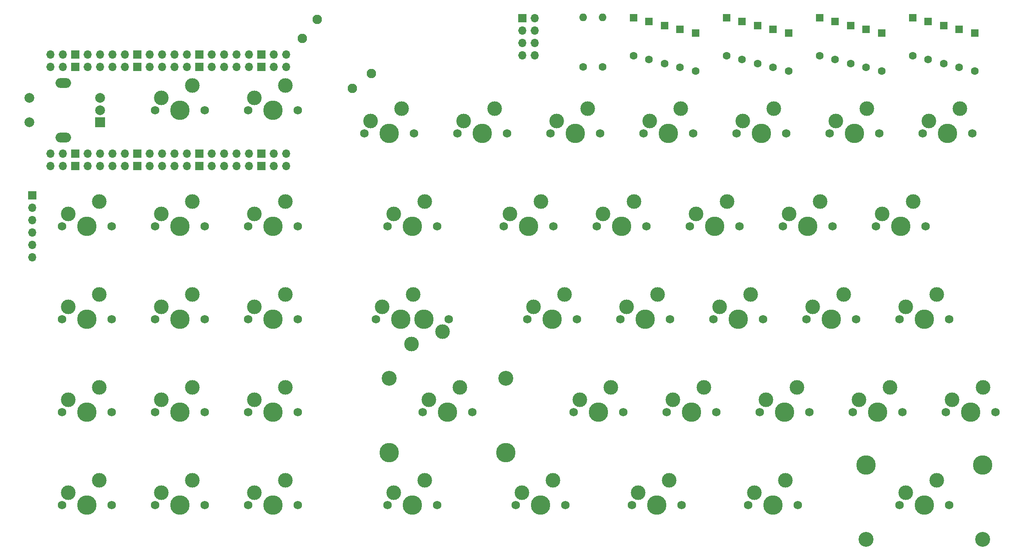
<source format=gts>
%TF.GenerationSoftware,KiCad,Pcbnew,(6.0.5)*%
%TF.CreationDate,2022-07-20T21:42:13-06:00*%
%TF.ProjectId,kb,6b622e6b-6963-4616-945f-706362585858,rev?*%
%TF.SameCoordinates,Original*%
%TF.FileFunction,Soldermask,Top*%
%TF.FilePolarity,Negative*%
%FSLAX46Y46*%
G04 Gerber Fmt 4.6, Leading zero omitted, Abs format (unit mm)*
G04 Created by KiCad (PCBNEW (6.0.5)) date 2022-07-20 21:42:13*
%MOMM*%
%LPD*%
G01*
G04 APERTURE LIST*
%ADD10C,1.600000*%
%ADD11O,1.600000X1.600000*%
%ADD12C,3.987800*%
%ADD13C,3.000000*%
%ADD14C,1.750000*%
%ADD15R,1.600000X1.600000*%
%ADD16O,3.200000X2.000000*%
%ADD17R,2.000000X2.000000*%
%ADD18C,2.000000*%
%ADD19C,3.048000*%
%ADD20O,1.700000X1.700000*%
%ADD21R,1.700000X1.700000*%
%ADD22C,1.950000*%
G04 APERTURE END LIST*
D10*
%TO.C,R1*%
X142875000Y-57785000D03*
D11*
X142875000Y-47625000D03*
%TD*%
D12*
%TO.C,MX22*%
X132556250Y-109537500D03*
D13*
X128746250Y-106997500D03*
D14*
X137636250Y-109537500D03*
X127476250Y-109537500D03*
D13*
X135096250Y-104457500D03*
%TD*%
D15*
%TO.C,D26*%
X212725000Y-49281250D03*
D10*
X212725000Y-57081250D03*
%TD*%
D14*
%TO.C,MX14*%
X141763750Y-90487500D03*
X151923750Y-90487500D03*
D13*
X143033750Y-87947500D03*
D12*
X146843750Y-90487500D03*
D13*
X149383750Y-85407500D03*
%TD*%
D12*
%TO.C,MX2*%
X75406250Y-66675000D03*
D14*
X80486250Y-66675000D03*
D13*
X77946250Y-61595000D03*
D14*
X70326250Y-66675000D03*
D13*
X71596250Y-64135000D03*
%TD*%
D14*
%TO.C,MX24*%
X175736250Y-109537500D03*
X165576250Y-109537500D03*
D13*
X173196250Y-104457500D03*
D12*
X170656250Y-109537500D03*
D13*
X166846250Y-106997500D03*
%TD*%
D16*
%TO.C,SW1*%
X32543750Y-61075000D03*
X32543750Y-72275000D03*
D17*
X40043750Y-69175000D03*
D18*
X40043750Y-64175000D03*
X40043750Y-66675000D03*
X25543750Y-64175000D03*
X25543750Y-69175000D03*
%TD*%
D12*
%TO.C,MX34*%
X199231250Y-128587500D03*
D14*
X204311250Y-128587500D03*
X194151250Y-128587500D03*
D13*
X201771250Y-123507500D03*
X195421250Y-126047500D03*
%TD*%
D12*
%TO.C,MX15*%
X165893750Y-90487500D03*
D14*
X160813750Y-90487500D03*
X170973750Y-90487500D03*
D13*
X168433750Y-85407500D03*
X162083750Y-87947500D03*
%TD*%
D15*
%TO.C,D25*%
X193675000Y-49281250D03*
D10*
X193675000Y-57081250D03*
%TD*%
D14*
%TO.C,MX43*%
X203676250Y-147637500D03*
D13*
X204946250Y-145097500D03*
D19*
X220694250Y-154622500D03*
D14*
X213836250Y-147637500D03*
D12*
X196818250Y-139382500D03*
D13*
X211296250Y-142557500D03*
D19*
X196818250Y-154622500D03*
D12*
X220694250Y-139382500D03*
X208756250Y-147637500D03*
%TD*%
D13*
%TO.C,MX18*%
X33496250Y-106997500D03*
D14*
X32226250Y-109537500D03*
X42386250Y-109537500D03*
D13*
X39846250Y-104457500D03*
D12*
X37306250Y-109537500D03*
%TD*%
D15*
%TO.C,D8*%
X206375000Y-47693750D03*
D10*
X206375000Y-55493750D03*
%TD*%
D14*
%TO.C,MX7*%
X180498750Y-71437500D03*
D13*
X177958750Y-66357500D03*
D12*
X175418750Y-71437500D03*
D13*
X171608750Y-68897500D03*
D14*
X170338750Y-71437500D03*
%TD*%
D10*
%TO.C,R2*%
X138906250Y-57785000D03*
D11*
X138906250Y-47625000D03*
%TD*%
D15*
%TO.C,D5*%
X149225000Y-47693750D03*
D10*
X149225000Y-55493750D03*
%TD*%
D14*
%TO.C,MX26*%
X213836250Y-109537500D03*
D12*
X208756250Y-109537500D03*
D13*
X211296250Y-104457500D03*
D14*
X203676250Y-109537500D03*
D13*
X204946250Y-106997500D03*
%TD*%
D15*
%TO.C,D32*%
X158750000Y-50075000D03*
D10*
X158750000Y-57875000D03*
%TD*%
D13*
%TO.C,MX10*%
X52546250Y-87947500D03*
D12*
X56356250Y-90487500D03*
D13*
X58896250Y-85407500D03*
D14*
X51276250Y-90487500D03*
X61436250Y-90487500D03*
%TD*%
D12*
%TO.C,MX11*%
X75406250Y-90487500D03*
D14*
X80486250Y-90487500D03*
D13*
X77946250Y-85407500D03*
D14*
X70326250Y-90487500D03*
D13*
X71596250Y-87947500D03*
%TD*%
%TO.C,MX27*%
X39846250Y-123507500D03*
D12*
X37306250Y-128587500D03*
D13*
X33496250Y-126047500D03*
D14*
X42386250Y-128587500D03*
X32226250Y-128587500D03*
%TD*%
D15*
%TO.C,D35*%
X215900000Y-50075000D03*
D10*
X215900000Y-57875000D03*
%TD*%
D15*
%TO.C,D44*%
X219075000Y-50868750D03*
D10*
X219075000Y-58668750D03*
%TD*%
D13*
%TO.C,MX25*%
X192246250Y-104457500D03*
D14*
X194786250Y-109537500D03*
D13*
X185896250Y-106997500D03*
D14*
X184626250Y-109537500D03*
D12*
X189706250Y-109537500D03*
%TD*%
D13*
%TO.C,MX21*%
X110172500Y-112077500D03*
D14*
X101282500Y-109537500D03*
D12*
X106362500Y-109537500D03*
D14*
X111442500Y-109537500D03*
D13*
X103822500Y-114617500D03*
%TD*%
D14*
%TO.C,MX37*%
X61436250Y-147637500D03*
D13*
X52546250Y-145097500D03*
X58896250Y-142557500D03*
D12*
X56356250Y-147637500D03*
D14*
X51276250Y-147637500D03*
%TD*%
D15*
%TO.C,D41*%
X161925000Y-50868750D03*
D10*
X161925000Y-58668750D03*
%TD*%
D13*
%TO.C,MX13*%
X123983750Y-87947500D03*
D14*
X122713750Y-90487500D03*
X132873750Y-90487500D03*
D13*
X130333750Y-85407500D03*
D12*
X127793750Y-90487500D03*
%TD*%
D13*
%TO.C,MX35*%
X214471250Y-126047500D03*
D12*
X218281250Y-128587500D03*
D13*
X220821250Y-123507500D03*
D14*
X213201250Y-128587500D03*
X223361250Y-128587500D03*
%TD*%
D20*
%TO.C,U1*%
X29845000Y-75565000D03*
X29845000Y-78105000D03*
X32385000Y-75565000D03*
X32385000Y-78105000D03*
D21*
X34925000Y-78105000D03*
X34925000Y-75565000D03*
D20*
X37465000Y-75565000D03*
X37465000Y-78105000D03*
X40005000Y-75565000D03*
X40005000Y-78105000D03*
X42545000Y-75565000D03*
X42545000Y-78105000D03*
X45085000Y-78105000D03*
X45085000Y-75565000D03*
D21*
X47625000Y-75565000D03*
X47625000Y-78105000D03*
D20*
X50165000Y-75565000D03*
X50165000Y-78105000D03*
X52705000Y-78105000D03*
X52705000Y-75565000D03*
X55245000Y-75565000D03*
X55245000Y-78105000D03*
X57785000Y-75565000D03*
X57785000Y-78105000D03*
D21*
X60325000Y-78105000D03*
X60325000Y-75565000D03*
D20*
X62865000Y-75565000D03*
X62865000Y-78105000D03*
X65405000Y-78105000D03*
X65405000Y-75565000D03*
X67945000Y-78105000D03*
X67945000Y-75565000D03*
X70485000Y-75565000D03*
X70485000Y-78105000D03*
D21*
X73025000Y-75565000D03*
X73025000Y-78105000D03*
D20*
X75565000Y-75565000D03*
X75565000Y-78105000D03*
X78105000Y-78105000D03*
X78105000Y-75565000D03*
X78105000Y-57785000D03*
X78105000Y-55245000D03*
X75565000Y-55245000D03*
X75565000Y-57785000D03*
D21*
X73025000Y-57785000D03*
X73025000Y-55245000D03*
D20*
X70485000Y-55245000D03*
X70485000Y-57785000D03*
X67945000Y-57785000D03*
X67945000Y-55245000D03*
X65405000Y-55245000D03*
X65405000Y-57785000D03*
X62865000Y-57785000D03*
X62865000Y-55245000D03*
D21*
X60325000Y-55245000D03*
X60325000Y-57785000D03*
D20*
X57785000Y-55245000D03*
X57785000Y-57785000D03*
X55245000Y-57785000D03*
X55245000Y-55245000D03*
X52705000Y-55245000D03*
X52705000Y-57785000D03*
X50165000Y-55245000D03*
X50165000Y-57785000D03*
D21*
X47625000Y-57785000D03*
X47625000Y-55245000D03*
D20*
X45085000Y-57785000D03*
X45085000Y-55245000D03*
X42545000Y-55245000D03*
X42545000Y-57785000D03*
X40005000Y-57785000D03*
X40005000Y-55245000D03*
X37465000Y-55245000D03*
X37465000Y-57785000D03*
D21*
X34925000Y-57785000D03*
X34925000Y-55245000D03*
D20*
X32385000Y-55245000D03*
X32385000Y-57785000D03*
X29845000Y-55245000D03*
X29845000Y-57785000D03*
%TD*%
D14*
%TO.C,MX28*%
X51276250Y-128587500D03*
D12*
X56356250Y-128587500D03*
D13*
X52546250Y-126047500D03*
D14*
X61436250Y-128587500D03*
D13*
X58896250Y-123507500D03*
%TD*%
D15*
%TO.C,D42*%
X180975000Y-50868750D03*
D10*
X180975000Y-58668750D03*
%TD*%
D15*
%TO.C,D33*%
X177800000Y-50075000D03*
D10*
X177800000Y-57875000D03*
%TD*%
D13*
%TO.C,MX21_1*%
X97790000Y-106997500D03*
D14*
X96520000Y-109537500D03*
X106680000Y-109537500D03*
D12*
X101600000Y-109537500D03*
D13*
X104140000Y-104457500D03*
%TD*%
D15*
%TO.C,D14*%
X152400000Y-48487500D03*
D10*
X152400000Y-56287500D03*
%TD*%
D14*
%TO.C,MX3*%
X94138750Y-71437500D03*
D13*
X95408750Y-68897500D03*
D12*
X99218750Y-71437500D03*
D14*
X104298750Y-71437500D03*
D13*
X101758750Y-66357500D03*
%TD*%
D15*
%TO.C,D7*%
X187325000Y-47693750D03*
D10*
X187325000Y-55493750D03*
%TD*%
D13*
%TO.C,MX9*%
X33496250Y-87947500D03*
D14*
X42386250Y-90487500D03*
X32226250Y-90487500D03*
D12*
X37306250Y-90487500D03*
D13*
X39846250Y-85407500D03*
%TD*%
D12*
%TO.C,MX1*%
X56356250Y-66675000D03*
D14*
X61436250Y-66675000D03*
D13*
X52546250Y-64135000D03*
X58896250Y-61595000D03*
D14*
X51276250Y-66675000D03*
%TD*%
%TO.C,MX32*%
X156051250Y-128587500D03*
X166211250Y-128587500D03*
D12*
X161131250Y-128587500D03*
D13*
X163671250Y-123507500D03*
X157321250Y-126047500D03*
%TD*%
D15*
%TO.C,D17*%
X209550000Y-48487500D03*
D10*
X209550000Y-56287500D03*
%TD*%
D15*
%TO.C,D6*%
X168275000Y-47693750D03*
D10*
X168275000Y-55493750D03*
%TD*%
D15*
%TO.C,D23*%
X155575000Y-49281250D03*
D10*
X155575000Y-57081250D03*
%TD*%
D14*
%TO.C,MX40*%
X135255000Y-147637500D03*
D13*
X132715000Y-142557500D03*
D12*
X130175000Y-147637500D03*
D14*
X125095000Y-147637500D03*
D13*
X126365000Y-145097500D03*
%TD*%
D14*
%TO.C,MX5*%
X132238750Y-71437500D03*
D12*
X137318750Y-71437500D03*
D14*
X142398750Y-71437500D03*
D13*
X133508750Y-68897500D03*
X139858750Y-66357500D03*
%TD*%
D14*
%TO.C,MX39*%
X98901250Y-147637500D03*
D13*
X100171250Y-145097500D03*
X106521250Y-142557500D03*
D12*
X103981250Y-147637500D03*
D14*
X109061250Y-147637500D03*
%TD*%
D13*
%TO.C,MX16*%
X187483750Y-85407500D03*
D14*
X190023750Y-90487500D03*
D13*
X181133750Y-87947500D03*
D14*
X179863750Y-90487500D03*
D12*
X184943750Y-90487500D03*
%TD*%
%TO.C,MX38*%
X75406250Y-147637500D03*
D13*
X71596250Y-145097500D03*
D14*
X70326250Y-147637500D03*
X80486250Y-147637500D03*
D13*
X77946250Y-142557500D03*
%TD*%
D15*
%TO.C,D16*%
X190500000Y-48487500D03*
D10*
X190500000Y-56287500D03*
%TD*%
D14*
%TO.C,MX31*%
X137001250Y-128587500D03*
D13*
X144621250Y-123507500D03*
X138271250Y-126047500D03*
D14*
X147161250Y-128587500D03*
D12*
X142081250Y-128587500D03*
%TD*%
D14*
%TO.C,MX8*%
X189388750Y-71437500D03*
X199548750Y-71437500D03*
D12*
X194468750Y-71437500D03*
D13*
X197008750Y-66357500D03*
X190658750Y-68897500D03*
%TD*%
D14*
%TO.C,MX41*%
X159067500Y-147637500D03*
X148907500Y-147637500D03*
D13*
X150177500Y-145097500D03*
X156527500Y-142557500D03*
D12*
X153987500Y-147637500D03*
%TD*%
%TO.C,MX20*%
X75406250Y-109537500D03*
D13*
X77946250Y-104457500D03*
D14*
X70326250Y-109537500D03*
X80486250Y-109537500D03*
D13*
X71596250Y-106997500D03*
%TD*%
D14*
%TO.C,MX17*%
X209073750Y-90487500D03*
X198913750Y-90487500D03*
D13*
X206533750Y-85407500D03*
D12*
X203993750Y-90487500D03*
D13*
X200183750Y-87947500D03*
%TD*%
%TO.C,MX4*%
X120808750Y-66357500D03*
X114458750Y-68897500D03*
D14*
X123348750Y-71437500D03*
X113188750Y-71437500D03*
D12*
X118268750Y-71437500D03*
%TD*%
D15*
%TO.C,D24*%
X174625000Y-49281250D03*
D10*
X174625000Y-57081250D03*
%TD*%
D13*
%TO.C,MX42*%
X173990000Y-145097500D03*
D14*
X172720000Y-147637500D03*
X182880000Y-147637500D03*
D12*
X177800000Y-147637500D03*
D13*
X180340000Y-142557500D03*
%TD*%
D12*
%TO.C,MX23*%
X151606250Y-109537500D03*
D14*
X156686250Y-109537500D03*
X146526250Y-109537500D03*
D13*
X147796250Y-106997500D03*
X154146250Y-104457500D03*
%TD*%
D14*
%TO.C,MX33*%
X185261250Y-128587500D03*
D13*
X182721250Y-123507500D03*
D14*
X175101250Y-128587500D03*
D12*
X180181250Y-128587500D03*
D13*
X176371250Y-126047500D03*
%TD*%
D14*
%TO.C,MX36*%
X32226250Y-147637500D03*
D12*
X37306250Y-147637500D03*
D13*
X33496250Y-145097500D03*
X39846250Y-142557500D03*
D14*
X42386250Y-147637500D03*
%TD*%
D15*
%TO.C,D34*%
X196850000Y-50075000D03*
D10*
X196850000Y-57875000D03*
%TD*%
D12*
%TO.C,MX12*%
X103981250Y-90487500D03*
D13*
X106521250Y-85407500D03*
D14*
X98901250Y-90487500D03*
X109061250Y-90487500D03*
D13*
X100171250Y-87947500D03*
%TD*%
D15*
%TO.C,D43*%
X200025000Y-50868750D03*
D10*
X200025000Y-58668750D03*
%TD*%
D13*
%TO.C,MX30*%
X113665000Y-123507500D03*
D19*
X99187000Y-121602500D03*
D12*
X123063000Y-136842500D03*
D14*
X116205000Y-128587500D03*
X106045000Y-128587500D03*
D19*
X123063000Y-121602500D03*
D12*
X111125000Y-128587500D03*
X99187000Y-136842500D03*
D13*
X107315000Y-126047500D03*
%TD*%
D14*
%TO.C,MX29*%
X70326250Y-128587500D03*
X80486250Y-128587500D03*
D13*
X77946250Y-123507500D03*
X71596250Y-126047500D03*
D12*
X75406250Y-128587500D03*
%TD*%
D15*
%TO.C,D15*%
X171450000Y-48487500D03*
D10*
X171450000Y-56287500D03*
%TD*%
D14*
%TO.C,MX19*%
X61436250Y-109537500D03*
D13*
X58896250Y-104457500D03*
D14*
X51276250Y-109537500D03*
D13*
X52546250Y-106997500D03*
D12*
X56356250Y-109537500D03*
%TD*%
D13*
%TO.C,MX6*%
X152558750Y-68897500D03*
D12*
X156368750Y-71437500D03*
D13*
X158908750Y-66357500D03*
D14*
X161448750Y-71437500D03*
X151288750Y-71437500D03*
%TD*%
D12*
%TO.C,MX44*%
X213518750Y-71437500D03*
D13*
X209708750Y-68897500D03*
X216058750Y-66357500D03*
D14*
X208438750Y-71437500D03*
X218598750Y-71437500D03*
%TD*%
D21*
%TO.C,J6*%
X26193750Y-84137500D03*
D20*
X26193750Y-86677500D03*
X26193750Y-89217500D03*
X26193750Y-91757500D03*
X26193750Y-94297500D03*
X26193750Y-96837500D03*
%TD*%
D22*
%TO.C,J2*%
X91710749Y-62211049D03*
X81457701Y-51958001D03*
X84498260Y-48068914D03*
X95599836Y-59170490D03*
%TD*%
D21*
%TO.C,J1*%
X126503750Y-47793750D03*
D20*
X129043750Y-47793750D03*
X126503750Y-50333750D03*
X129043750Y-50333750D03*
X126503750Y-52873750D03*
X129043750Y-52873750D03*
X126503750Y-55413750D03*
X129043750Y-55413750D03*
%TD*%
M02*

</source>
